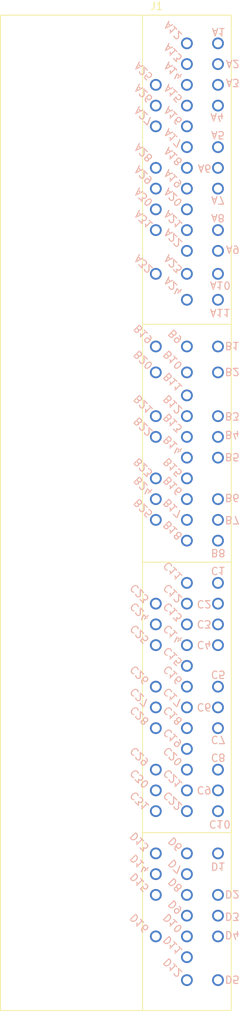
<source format=kicad_pcb>
(kicad_pcb (version 20240108) (generator "pcbnew") (generator_version "8.0")
  (layers (0 "F.Cu" signal) (31 "B.Cu" signal) (34 "B.Paste" user) (35 "F.Paste" user) (36 "B.SilkS" user "B.Silkscreen") (37 "F.SilkS" user "F.Silkscreen") (38 "B.Mask" user) (39 "F.Mask" user) (44 "Edge.Cuts" user))
  (net 0 "")
  (footprint "kicad6-libraries:TE_179686-6_104pin_Connector" (layer "F.Cu") (at 48.275 92.95 90)
    (property "Reference" "J1" (at 69.3 -8.3 360) (layer "F.SilkS"))
    (property "Value" "TE_179686-6_104pin_Connector")
    (fp_line (start 68.1 -29.4) (end 68.1 1.8) (stroke (width 0.12)) (layer "F.SilkS"))
    (fp_line (start -66 -29.4) (end 68.1 -29.4) (stroke (width 0.12)) (layer "F.SilkS"))
    (fp_line (start -66.2 -29.4) (end -66 -29.4) (stroke (width 0.12)) (layer "F.SilkS"))
    (fp_line (start -42.2 -10.2) (end -66.2 -10.2) (stroke (width 0.12)) (layer "F.SilkS"))
    (fp_line (start -66.2 -10.2) (end 68.1 -10.2) (stroke (width 0.12)) (layer "F.SilkS"))
    (fp_line (start -42.2 -9.5) (end -42.2 -10.2) (stroke (width 0.12)) (layer "F.SilkS"))
    (fp_line (start 68.1 1.8) (end -66.2 1.8) (stroke (width 0.12)) (layer "F.SilkS"))
    (fp_line (start 26.4 1.8) (end 26.4 -10.2) (stroke (width 0.12)) (layer "F.SilkS"))
    (fp_line (start -42.2 1.8) (end -42.2 -9.5) (stroke (width 0.12)) (layer "F.SilkS"))
    (fp_line (start -66.2 1.8) (end -66.2 -29.4) (stroke (width 0.12)) (layer "F.SilkS"))
    (fp_line (start -5.7 1.85) (end -5.7 -10.15) (stroke (width 0.12)) (layer "F.SilkS"))
    (fp_text user "A6" (at 47.45 -0.8 180) (layer "B.SilkS") (effects (justify right mirror)))
    (fp_text user "D5" (at -62 3 180) (layer "B.SilkS") (effects (justify right mirror)))
    (fp_text user "A17" (at 50.5 -5 135) (layer "B.SilkS") (effects (justify right mirror)))
    (fp_text user "B24" (at 3.5 -9 135) (layer "B.SilkS") (effects (justify right mirror)))
    (fp_text user "C8" (at -32.05 1.1 180) (layer "B.SilkS") (effects (justify right mirror)))
    (fp_text user "C15" (at -19.5 -5 135) (layer "B.SilkS") (effects (justify right mirror)))
    (fp_text user "B22" (at 11.5 -9 135) (layer "B.SilkS") (effects (justify right mirror)))
    (fp_text user "A7" (at 43.15 1 180) (layer "B.SilkS") (effects (justify right mirror)))
    (fp_text user "D6" (at -44.5 -5 135) (layer "B.SilkS") (effects (justify right mirror)))
    (fp_text user "A8" (at 40.75 1 180) (layer "B.SilkS") (effects (justify right mirror)))
    (fp_text user "B21" (at 14.5 -9 135) (layer "B.SilkS") (effects (justify right mirror)))
    (fp_text user "D3" (at -53.5 3 180) (layer "B.SilkS") (effects (justify right mirror)))
    (fp_text user "C7" (at -29.65 1.1 180) (layer "B.SilkS") (effects (justify right mirror)))
    (fp_text user "C31" (at -39 -9.5 135) (layer "B.SilkS") (effects (justify right mirror)))
    (fp_text user "D2" (at -50.5 3 180) (layer "B.SilkS") (effects (justify right mirror)))
    (fp_text user "A24" (at 30.5 -5 135) (layer "B.SilkS") (effects (justify right mirror)))
    (fp_text user "C3" (at -14.05 -0.8 180) (layer "B.SilkS") (effects (justify right mirror)))
    (fp_text user "A12" (at 65 -5 135) (layer "B.SilkS") (effects (justify right mirror)))
    (fp_text user "C25" (at -16.5 -9.5 135) (layer "B.SilkS") (effects (justify right mirror)))
    (fp_text user "C2" (at -11.35 -0.8 180) (layer "B.SilkS") (effects (justify right mirror)))
    (fp_text user "C30" (at -36 -9.5 135) (layer "B.SilkS") (effects (justify right mirror)))
    (fp_text user "B19" (at 24 -9 135) (layer "B.SilkS") (effects (justify right mirror)))
    (fp_text user "A22" (at 37 -5 135) (layer "B.SilkS") (effects (justify right mirror)))
    (fp_text user "C19" (at -30.5 -5 135) (layer "B.SilkS") (effects (justify right mirror)))
    (fp_text user "C24" (at -13.5 -9.5 135) (layer "B.SilkS") (effects (justify right mirror)))
    (fp_text user "A29" (at 45.5 -9 135) (layer "B.SilkS") (effects (justify right mirror)))
    (fp_text user "A3" (at 59 3 180) (layer "B.SilkS") (effects (justify right mirror)))
    (fp_text user "A32" (at 33.5 -9 135) (layer "B.SilkS") (effects (justify right mirror)))
    (fp_text user "A31" (at 39.5 -9 135) (layer "B.SilkS") (effects (justify right mirror)))
    (fp_text user "B8" (at -4.45 1.1 180) (layer "B.SilkS") (effects (justify right mirror)))
    (fp_text user "C5" (at -20.85 1.1 180) (layer "B.SilkS") (effects (justify right mirror)))
    (fp_text user "A1" (at 65.85 1.1 180) (layer "B.SilkS") (effects (justify right mirror)))
    (fp_text user "A28" (at 48.5 -9 135) (layer "B.SilkS") (effects (justify right mirror)))
    (fp_text user "C27" (at -25 -9.5 135) (layer "B.SilkS") (effects (justify right mirror)))
    (fp_text user "C22" (at -39 -5 135) (layer "B.SilkS") (effects (justify right mirror)))
    (fp_text user "A4" (at 54.35 0.9 180) (layer "B.SilkS") (effects (justify right mirror)))
    (fp_text user "A9" (at 36.5 3 180) (layer "B.SilkS") (effects (justify right mirror)))
    (fp_text user "C29" (at -33 -9.5 135) (layer "B.SilkS") (effects (justify right mirror)))
    (fp_text user "C13" (at -13.5 -5 135) (layer "B.SilkS") (effects (justify right mirror)))
    (fp_text user "B18" (at -2.5 -5 135) (layer "B.SilkS") (effects (justify right mirror)))
    (fp_text user "A14" (at 59.5 -5 135) (layer "B.SilkS") (effects (justify right mirror)))
    (fp_text user "B23" (at 6 -9 135) (layer "B.SilkS") (effects (justify right mirror)))
    (fp_text user "C6" (at -25.25 -0.8 180) (layer "B.SilkS") (effects (justify right mirror)))
    (fp_text user "B20" (at 20.5 -9 135) (layer "B.SilkS") (effects (justify right mirror)))
    (fp_text user "A30" (at 42.5 -9 135) (layer "B.SilkS") (effects (justify right mirror)))
    (fp_text user "C17" (at -25 -5 135) (layer "B.SilkS") (effects (justify right mirror)))
    (fp_text user "A13" (at 62 -5 135) (layer "B.SilkS") (effects (justify right mirror)))
    (fp_text user "A19" (at 45 -5 135) (layer "B.SilkS") (effects (justify right mirror)))
    (fp_text user "B10" (at 20.5 -5 135) (layer "B.SilkS") (effects (justify right mirror)))
    (fp_text user "A5" (at 51.95 1 180) (layer "B.SilkS") (effects (justify right mirror)))
    (fp_text user "C20" (at -33 -5 135) (layer "B.SilkS") (effects (justify right mirror)))
    (fp_text user "D13" (at -44.5 -9.5 135) (layer "B.SilkS") (effects (justify right mirror)))
    (fp_text user "C9" (at -36.45 -0.8 180) (layer "B.SilkS") (effects (justify right mirror)))
    (fp_text user "B15" (at 6 -5 135) (layer "B.SilkS") (effects (justify right mirror)))
    (fp_text user "C10" (at -41.05 1.8 180) (layer "B.SilkS") (effects (justify right mirror)))
    (fp_text user "B4" (at 11.5 3 180) (layer "B.SilkS") (effects (justify right mirror)))
    (fp_text user "C23" (at -11 -9.5 135) (layer "B.SilkS") (effects (justify right mirror)))
    (fp_text user "B12" (at 14.5 -5 135) (layer "B.SilkS") (effects (justify right mirror)))
    (fp_text user "A26" (at 56.5 -9 135) (layer "B.SilkS") (effects (justify right mirror)))
    (fp_text user "C14" (at -16.5 -5 135) (layer "B.SilkS") (effects (justify right mirror)))
    (fp_text user "B17" (at 0.5 -5 135) (layer "B.SilkS") (effects (justify right mirror)))
    (fp_text user "C1" (at -6.85 1.1 180) (layer "B.SilkS") (effects (justify right mirror)))
    (fp_text user "A20" (at 42.5 -5 135) (layer "B.SilkS") (effects (justify right mirror)))
    (fp_text user "A23" (at 33.5 -5 135) (layer "B.SilkS") (effects (justify right mirror)))
    (fp_text user "B1" (at 23.5 3 180) (layer "B.SilkS") (effects (justify right mirror)))
    (fp_text user "D4" (at -56 3 180) (layer "B.SilkS") (effects (justify right mirror)))
    (fp_text user "B2" (at 20 3 180) (layer "B.SilkS") (effects (justify right mirror)))
    (fp_text user "C12" (at -11 -5 135) (layer "B.SilkS") (effects (justify right mirror)))
    (fp_text user "D8" (at -50 -5 135) (layer "B.SilkS") (effects (justify right mirror)))
    (fp_text user "B9" (at 24 -5 135) (layer "B.SilkS") (effects (justify right mirror)))
    (fp_text user "A21" (at 39.5 -5 135) (layer "B.SilkS") (effects (justify right mirror)))
    (fp_text user "A18" (at 48 -5 135) (layer "B.SilkS") (effects (justify right mirror)))
    (fp_text user "B14" (at 9 -5 135) (layer "B.SilkS") (effects (justify right mirror)))
    (fp_text user "B16" (at 3.5 -5 135) (layer "B.SilkS") (effects (justify right mirror)))
    (fp_text user "C21" (at -36 -5 135) (layer "B.SilkS") (effects (justify right mirror)))
    (fp_text user "D9" (at -53 -5 135) (layer "B.SilkS") (effects (justify right mirror)))
    (fp_text user "D12" (at -61.5 -5 135) (layer "B.SilkS") (effects (justify right mirror)))
    (fp_text user "A15" (at 56.5 -5 135) (layer "B.SilkS") (effects (justify right mirror)))
    (fp_text user "B13" (at 12 -5 135) (layer "B.SilkS") (effects (justify right mirror)))
    (fp_text user "B6" (at 3 3 180) (layer "B.SilkS") (effects (justify right mirror)))
    (fp_text user "D14" (at -47.5 -9.5 135) (layer "B.SilkS") (effects (justify right mirror)))
    (fp_text user "A27" (at 53.5 -9 135) (layer "B.SilkS") (effects (justify right mirror)))
    (fp_text user "A10" (at 31.65 1.8 180) (layer "B.SilkS") (effects (justify right mirror)))
    (fp_text user "B25" (at 0.5 -9 135) (layer "B.SilkS") (effects (justify right mirror)))
    (fp_text user "B3" (at 14 3 180) (layer "B.SilkS") (effects (justify right mirror)))
    (fp_text user "A16" (at 53.5 -5 135) (layer "B.SilkS") (effects (justify right mirror)))
    (fp_text user "C11" (at -8 -5 135) (layer "B.SilkS") (effects (justify right mirror)))
    (fp_text user "C26" (at -22 -9.5 135) (layer "B.SilkS") (effects (justify right mirror)))
    (fp_text user "C28" (at -27.5 -9.5 135) (layer "B.SilkS") (effects (justify right mirror)))
    (fp_text user "A25" (at 59.5 -9 135) (layer "B.SilkS") (effects (justify right mirror)))
    (fp_text user "A2" (at 61.55 3 180) (layer "B.SilkS") (effects (justify right mirror)))
    (fp_text user "B7" (at 0 3 180) (layer "B.SilkS") (effects (justify right mirror)))
    (fp_text user "D1" (at -46.75 1.1 180) (layer "B.SilkS") (effects (justify right mirror)))
    (fp_text user "D7" (at -47.5 -5 135) (layer "B.SilkS") (effects (justify right mirror)))
    (fp_text user "D11" (at -58.5 -5 135) (layer "B.SilkS") (effects (justify right mirror)))
    (fp_text user "D10" (at -55.5 -5 135) (layer "B.SilkS") (effects (justify right mirror)))
    (fp_text user "B5" (at 8.5 3 180) (layer "B.SilkS") (effects (justify right mirror)))
    (fp_text user "A11" (at 27.95 1.8 180) (layer "B.SilkS") (effects (justify right mirror)))
    (fp_text user "C16" (at -22 -5 135) (layer "B.SilkS") (effects (justify right mirror)))
    (fp_text user "D15" (at -50 -9.5 135) (layer "B.SilkS") (effects (justify right mirror)))
    (fp_text user "B11" (at 17.5 -5 135) (layer "B.SilkS") (effects (justify right mirror)))
    (fp_text user "D16" (at -55.5 -9.5 135) (layer "B.SilkS") (effects (justify right mirror)))
    (fp_text user "C4" (at -16.85 -0.8 180) (layer "B.SilkS") (effects (justify right mirror)))
    (fp_text user "C18" (at -27.5 -5 135) (layer "B.SilkS") (effects (justify right mirror)))
    (pad "" np_thru_hole circle (at -62.8 -17.4 180) (size 3.5 3.5) (drill 3.5) (layers "*.Cu" "*.Mask"))
    (pad "" np_thru_hole circle (at -5.65 -17.4 180) (size 3.5 3.5) (drill 3.5) (layers "*.Cu" "*.Mask"))
    (pad "" np_thru_hole circle (at 64.7 -17.4 180) (size 3.5 3.5) (drill 3.5) (layers "*.Cu" "*.Mask"))
    (pad "A1" thru_hole circle (at 64.3 0 180) (size 1.6 1.6) (drill 1.1) (layers "*.Cu" "*.Mask"))
    (pad "A2" thru_hole circle (at 61.5 0 180) (size 1.6 1.6) (drill 1.1) (layers "*.Cu" "*.Mask"))
    (pad "A3" thru_hole circle (at 58.7 0 180) (size 1.6 1.6) (drill 1.1) (layers "*.Cu" "*.Mask"))
    (pad "A4" thru_hole circle (at 55.9 0 180) (size 1.6 1.6) (drill 1.1) (layers "*.Cu" "*.Mask"))
    (pad "A5" thru_hole circle (at 50.3 0 180) (size 1.6 1.6) (drill 1.1) (layers "*.Cu" "*.Mask"))
    (pad "A6" thru_hole circle (at 47.5 0 180) (size 1.6 1.6) (drill 1.1) (layers "*.Cu" "*.Mask"))
    (pad "A7" thru_hole circle (at 44.7 0 180) (size 1.6 1.6) (drill 1.1) (layers "*.Cu" "*.Mask"))
    (pad "A8" thru_hole circle (at 39.1 0 180) (size 1.6 1.6) (drill 1.1) (layers "*.Cu" "*.Mask"))
    (pad "A9" thru_hole circle (at 36.3 0 180) (size 1.6 1.6) (drill 1.1) (layers "*.Cu" "*.Mask"))
    (pad "A10" thru_hole circle (at 33.2 0 180) (size 1.6 1.6) (drill 1.1) (layers "*.Cu" "*.Mask"))
    (pad "A11" thru_hole circle (at 29.7 0 180) (size 1.6 1.6) (drill 1.1) (layers "*.Cu" "*.Mask"))
    (pad "A12" thru_hole circle (at 64.3 -4.2 180) (size 1.6 1.6) (drill 1.1) (layers "*.Cu" "*.Mask"))
    (pad "A13" thru_hole circle (at 61.5 -4.2 180) (size 1.6 1.6) (drill 1.1) (layers "*.Cu" "*.Mask"))
    (pad "A14" thru_hole circle (at 58.7 -4.2 180) (size 1.6 1.6) (drill 1.1) (layers "*.Cu" "*.Mask"))
    (pad "A15" thru_hole circle (at 55.9 -4.2 180) (size 1.6 1.6) (drill 1.1) (layers "*.Cu" "*.Mask"))
    (pad "A16" thru_hole circle (at 53.1 -4.2 180) (size 1.6 1.6) (drill 1.1) (layers "*.Cu" "*.Mask"))
    (pad "A17" thru_hole circle (at 50.3 -4.2 180) (size 1.6 1.6) (drill 1.1) (layers "*.Cu" "*.Mask"))
    (pad "A18" thru_hole circle (at 47.5 -4.2 180) (size 1.6 1.6) (drill 1.1) (layers "*.Cu" "*.Mask"))
    (pad "A19" thru_hole circle (at 44.7 -4.2 180) (size 1.6 1.6) (drill 1.1) (layers "*.Cu" "*.Mask"))
    (pad "A20" thru_hole circle (at 41.9 -4.2 180) (size 1.6 1.6) (drill 1.1) (layers "*.Cu" "*.Mask"))
    (pad "A21" thru_hole circle (at 39.1 -4.2 180) (size 1.6 1.6) (drill 1.1) (layers "*.Cu" "*.Mask"))
    (pad "A22" thru_hole circle (at 36.3 -4.2 180) (size 1.6 1.6) (drill 1.1) (layers "*.Cu" "*.Mask"))
    (pad "A23" thru_hole circle (at 33.2 -4.2 180) (size 1.6 1.6) (drill 1.1) (layers "*.Cu" "*.Mask"))
    (pad "A24" thru_hole circle (at 29.7 -4.2 180) (size 1.6 1.6) (drill 1.1) (layers "*.Cu" "*.Mask"))
    (pad "A25" thru_hole circle (at 58.7 -8.4 180) (size 1.6 1.6) (drill 1.1) (layers "*.Cu" "*.Mask"))
    (pad "A26" thru_hole circle (at 55.9 -8.4 180) (size 1.6 1.6) (drill 1.1) (layers "*.Cu" "*.Mask"))
    (pad "A27" thru_hole circle (at 53.1 -8.4 180) (size 1.6 1.6) (drill 1.1) (layers "*.Cu" "*.Mask"))
    (pad "A28" thru_hole circle (at 47.5 -8.4 180) (size 1.6 1.6) (drill 1.1) (layers "*.Cu" "*.Mask"))
    (pad "A29" thru_hole circle (at 44.7 -8.4 180) (size 1.6 1.6) (drill 1.1) (layers "*.Cu" "*.Mask"))
    (pad "A30" thru_hole circle (at 41.9 -8.4 180) (size 1.6 1.6) (drill 1.1) (layers "*.Cu" "*.Mask"))
    (pad "A31" thru_hole circle (at 39.1 -8.4 180) (size 1.6 1.6) (drill 1.1) (layers "*.Cu" "*.Mask"))
    (pad "A32" thru_hole circle (at 33.2 -8.4 180) (size 1.6 1.6) (drill 1.1) (layers "*.Cu" "*.Mask"))
    (pad "B1" thru_hole circle (at 23.4 0 180) (size 1.6 1.6) (drill 1.1) (layers "*.Cu" "*.Mask"))
    (pad "B2" thru_hole circle (at 19.9 0 180) (size 1.6 1.6) (drill 1.1) (layers "*.Cu" "*.Mask"))
    (pad "B3" thru_hole circle (at 14 0 180) (size 1.6 1.6) (drill 1.1) (layers "*.Cu" "*.Mask"))
    (pad "B4" thru_hole circle (at 11.2 0 180) (size 1.6 1.6) (drill 1.1) (layers "*.Cu" "*.Mask"))
    (pad "B5" thru_hole circle (at 8.4 0 180) (size 1.6 1.6) (drill 1.1) (layers "*.Cu" "*.Mask"))
    (pad "B6" thru_hole circle (at 2.8 0 180) (size 1.6 1.6) (drill 1.1) (layers "*.Cu" "*.Mask"))
    (pad "B7" thru_hole circle (at 0 0 180) (size 1.6 1.6) (drill 1.1) (layers "*.Cu" "*.Mask"))
    (pad "B8" thru_hole circle (at -2.8 0 180) (size 1.6 1.6) (drill 1.1) (layers "*.Cu" "*.Mask"))
    (pad "B9" thru_hole circle (at 23.4 -4.2 180) (size 1.6 1.6) (drill 1.1) (layers "*.Cu" "*.Mask"))
    (pad "B10" thru_hole circle (at 19.9 -4.2 180) (size 1.6 1.6) (drill 1.1) (layers "*.Cu" "*.Mask"))
    (pad "B11" thru_hole circle (at 16.8 -4.2 180) (size 1.6 1.6) (drill 1.1) (layers "*.Cu" "*.Mask"))
    (pad "B12" thru_hole circle (at 14 -4.2 180) (size 1.6 1.6) (drill 1.1) (layers "*.Cu" "*.Mask"))
    (pad "B13" thru_hole circle (at 11.2 -4.2 180) (size 1.6 1.6) (drill 1.1) (layers "*.Cu" "*.Mask"))
    (pad "B14" thru_hole circle (at 8.4 -4.2 180) (size 1.6 1.6) (drill 1.1) (layers "*.Cu" "*.Mask"))
    (pad "B15" thru_hole circle (at 5.6 -4.2 180) (size 1.6 1.6) (drill 1.1) (layers "*.Cu" "*.Mask"))
    (pad "B16" thru_hole circle (at 2.8 -4.2 180) (size 1.6 1.6) (drill 1.1) (layers "*.Cu" "*.Mask"))
    (pad "B17" thru_hole circle (at 0 -4.2 180) (size 1.6 1.6) (drill 1.1) (layers "*.Cu" "*.Mask"))
    (pad "B18" thru_hole circle (at -2.8 -4.2 180) (size 1.6 1.6) (drill 1.1) (layers "*.Cu" "*.Mask"))
    (pad "B19" thru_hole circle (at 23.4 -8.4 180) (size 1.6 1.6) (drill 1.1) (layers "*.Cu" "*.Mask"))
    (pad "B20" thru_hole circle (at 19.9 -8.4 180) (size 1.6 1.6) (drill 1.1) (layers "*.Cu" "*.Mask"))
    (pad "B21" thru_hole circle (at 14 -8.4 180) (size 1.6 1.6) (drill 1.1) (layers "*.Cu" "*.Mask"))
    (pad "B22" thru_hole circle (at 11.2 -8.4 180) (size 1.6 1.6) (drill 1.1) (layers "*.Cu" "*.Mask"))
    (pad "B23" thru_hole circle (at 5.6 -8.4 180) (size 1.6 1.6) (drill 1.1) (layers "*.Cu" "*.Mask"))
    (pad "B24" thru_hole circle (at 2.8 -8.4 180) (size 1.6 1.6) (drill 1.1) (layers "*.Cu" "*.Mask"))
    (pad "B25" thru_hole circle (at 0 -8.4 180) (size 1.6 1.6) (drill 1.1) (layers "*.Cu" "*.Mask"))
    (pad "C1" thru_hole circle (at -8.5 0 180) (size 1.6 1.6) (drill 1.1) (layers "*.Cu" "*.Mask"))
    (pad "C2" thru_hole circle (at -11.3 0 180) (size 1.6 1.6) (drill 1.1) (layers "*.Cu" "*.Mask"))
    (pad "C3" thru_hole circle (at -14.1 0 180) (size 1.6 1.6) (drill 1.1) (layers "*.Cu" "*.Mask"))
    (pad "C4" thru_hole circle (at -16.9 0 180) (size 1.6 1.6) (drill 1.1) (layers "*.Cu" "*.Mask"))
    (pad "C5" thru_hole circle (at -22.5 0 180) (size 1.6 1.6) (drill 1.1) (layers "*.Cu" "*.Mask"))
    (pad "C6" thru_hole circle (at -25.3 0 180) (size 1.6 1.6) (drill 1.1) (layers "*.Cu" "*.Mask"))
    (pad "C7" thru_hole circle (at -28.1 0 180) (size 1.6 1.6) (drill 1.1) (layers "*.Cu" "*.Mask"))
    (pad "C8" thru_hole circle (at -33.7 0 180) (size 1.6 1.6) (drill 1.1) (layers "*.Cu" "*.Mask"))
    (pad "C9" thru_hole circle (at -36.5 0 180) (size 1.6 1.6) (drill 1.1) (layers "*.Cu" "*.Mask"))
    (pad "C10" thru_hole circle (at -39.3 0 180) (size 1.6 1.6) (drill 1.1) (layers "*.Cu" "*.Mask"))
    (pad "C11" thru_hole circle (at -8.5 -4.2 180) (size 1.6 1.6) (drill 1.1) (layers "*.Cu" "*.Mask"))
    (pad "C12" thru_hole circle (at -11.3 -4.2 180) (size 1.6 1.6) (drill 1.1) (layers "*.Cu" "*.Mask"))
    (pad "C13" thru_hole circle (at -14.1 -4.2 180) (size 1.6 1.6) (drill 1.1) (layers "*.Cu" "*.Mask"))
    (pad "C14" thru_hole circle (at -16.9 -4.2 180) (size 1.6 1.6) (drill 1.1) (layers "*.Cu" "*.Mask"))
    (pad "C15" thru_hole circle (at -19.7 -4.2 180) (size 1.6 1.6) (drill 1.1) (layers "*.Cu" "*.Mask"))
    (pad "C16" thru_hole circle (at -22.5 -4.2 180) (size 1.6 1.6) (drill 1.1) (layers "*.Cu" "*.Mask"))
    (pad "C17" thru_hole circle (at -25.3 -4.2 180) (size 1.6 1.6) (drill 1.1) (layers "*.Cu" "*.Mask"))
    (pad "C18" thru_hole circle (at -28.1 -4.2 180) (size 1.6 1.6) (drill 1.1) (layers "*.Cu" "*.Mask"))
    (pad "C19" thru_hole circle (at -30.9 -4.2 180) (size 1.6 1.6) (drill 1.1) (layers "*.Cu" "*.Mask"))
    (pad "C20" thru_hole circle (at -33.7 -4.2 180) (size 1.6 1.6) (drill 1.1) (layers "*.Cu" "*.Mask"))
    (pad "C21" thru_hole circle (at -36.5 -4.2 180) (size 1.6 1.6) (drill 1.1) (layers "*.Cu" "*.Mask"))
    (pad "C22" thru_hole circle (at -39.3 -4.2 180) (size 1.6 1.6) (drill 1.1) (layers "*.Cu" "*.Mask"))
    (pad "C23" thru_hole circle (at -11.3 -8.4 180) (size 1.6 1.6) (drill 1.1) (layers "*.Cu" "*.Mask"))
    (pad "C24" thru_hole circle (at -14.1 -8.4 180) (size 1.6 1.6) (drill 1.1) (layers "*.Cu" "*.Mask"))
    (pad "C25" thru_hole circle (at -16.9 -8.4 180) (size 1.6 1.6) (drill 1.1) (layers "*.Cu" "*.Mask"))
    (pad "C26" thru_hole circle (at -22.5 -8.4 180) (size 1.6 1.6) (drill 1.1) (layers "*.Cu" "*.Mask"))
    (pad "C27" thru_hole circle (at -25.3 -8.4 180) (size 1.6 1.6) (drill 1.1) (layers "*.Cu" "*.Mask"))
    (pad "C28" thru_hole circle (at -28.1 -8.4 180) (size 1.6 1.6) (drill 1.1) (layers "*.Cu" "*.Mask"))
    (pad "C29" thru_hole circle (at -33.7 -8.4 180) (size 1.6 1.6) (drill 1.1) (layers "*.Cu" "*.Mask"))
    (pad "C30" thru_hole circle (at -36.5 -8.4 180) (size 1.6 1.6) (drill 1.1) (layers "*.Cu" "*.Mask"))
    (pad "C31" thru_hole circle (at -39.3 -8.4 180) (size 1.6 1.6) (drill 1.1) (layers "*.Cu" "*.Mask"))
    (pad "D1" thru_hole circle (at -45 0 180) (size 1.6 1.6) (drill 1.1) (layers "*.Cu" "*.Mask"))
    (pad "D2" thru_hole circle (at -50.6 0 180) (size 1.6 1.6) (drill 1.1) (layers "*.Cu" "*.Mask"))
    (pad "D3" thru_hole circle (at -53.4 0 180) (size 1.6 1.6) (drill 1.1) (layers "*.Cu" "*.Mask"))
    (pad "D4" thru_hole circle (at -56.2 0 180) (size 1.6 1.6) (drill 1.1) (layers "*.Cu" "*.Mask"))
    (pad "D5" thru_hole circle (at -62.1 0 180) (size 1.6 1.6) (drill 1.1) (layers "*.Cu" "*.Mask"))
    (pad "D6" thru_hole circle (at -45 -4.2 180) (size 1.6 1.6) (drill 1.1) (layers "*.Cu" "*.Mask"))
    (pad "D7" thru_hole circle (at -47.8 -4.2 180) (size 1.6 1.6) (drill 1.1) (layers "*.Cu" "*.Mask"))
    (pad "D8" thru_hole circle (at -50.6 -4.2 180) (size 1.6 1.6) (drill 1.1) (layers "*.Cu" "*.Mask"))
    (pad "D9" thru_hole circle (at -53.4 -4.2 180) (size 1.6 1.6) (drill 1.1) (layers "*.Cu" "*.Mask"))
    (pad "D10" thru_hole circle (at -56.2 -4.2 180) (size 1.6 1.6) (drill 1.1) (layers "*.Cu" "*.Mask"))
    (pad "D11" thru_hole circle (at -59 -4.2 180) (size 1.6 1.6) (drill 1.1) (layers "*.Cu" "*.Mask"))
    (pad "D12" thru_hole circle (at -62.1 -4.2 180) (size 1.6 1.6) (drill 1.1) (layers "*.Cu" "*.Mask"))
    (pad "D13" thru_hole circle (at -45 -8.4 180) (size 1.6 1.6) (drill 1.1) (layers "*.Cu" "*.Mask"))
    (pad "D14" thru_hole circle (at -47.8 -8.4 180) (size 1.6 1.6) (drill 1.1) (layers "*.Cu" "*.Mask"))
    (pad "D15" thru_hole circle (at -50.6 -8.4 180) (size 1.6 1.6) (drill 1.1) (layers "*.Cu" "*.Mask"))
    (pad "D16" thru_hole circle (at -56.2 -8.4 180) (size 1.6 1.6) (drill 1.1) (layers "*.Cu" "*.Mask"))
  )
)
</source>
